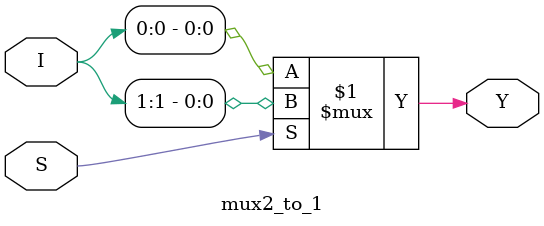
<source format=v>
`timescale 1ns / 1ps


module mux2_to_1(I, S, Y); 
input [1 : 0] I;
input S; output Y;
assign Y = S ? I[1] : I[0]; // Data flow modeling 
endmodule

</source>
